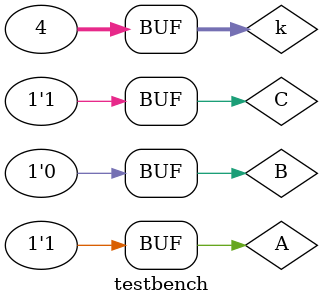
<source format=v>
`timescale 1ns / 1ps

module testbench;
reg A,B,C;
wire X;
CombCirc uut(
.A(A),
.B(B),
.C(C),
.X(X)
);

integer k = 0;
 
initial begin
    // Initialize Inputs
    A = 0;
    B = 0;
    C = 0;
 
    // Wait 100 ns for global reset to finish
    // Add stimulus here
 
    for(k = 0; k < 4; k=k+1)
    begin
        {A,C} = k;
        #5 B = 1;
        #5 B = 0;
        #5 ;
    end
end
endmodule

</source>
